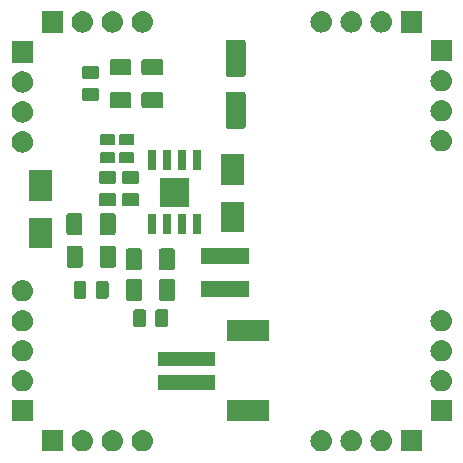
<source format=gts>
G04 #@! TF.GenerationSoftware,KiCad,Pcbnew,5.0.2-5.0.2*
G04 #@! TF.CreationDate,2019-03-07T18:12:43+01:00*
G04 #@! TF.ProjectId,battery-manager,62617474-6572-4792-9d6d-616e61676572,rev?*
G04 #@! TF.SameCoordinates,PX7270e00PY5f5e100*
G04 #@! TF.FileFunction,Soldermask,Top*
G04 #@! TF.FilePolarity,Negative*
%FSLAX46Y46*%
G04 Gerber Fmt 4.6, Leading zero omitted, Abs format (unit mm)*
G04 Created by KiCad (PCBNEW 5.0.2-5.0.2) date Do 07 Mär 2019 18:12:43 CET*
%MOMM*%
%LPD*%
G01*
G04 APERTURE LIST*
%ADD10C,0.100000*%
G04 APERTURE END LIST*
D10*
G36*
X35091000Y369000D02*
X33289000Y369000D01*
X33289000Y2171000D01*
X35091000Y2171000D01*
X35091000Y369000D01*
X35091000Y369000D01*
G37*
G36*
X9000442Y2164482D02*
X9066627Y2157963D01*
X9179853Y2123616D01*
X9236467Y2106443D01*
X9375087Y2032348D01*
X9392991Y2022778D01*
X9428729Y1993448D01*
X9530186Y1910186D01*
X9613448Y1808729D01*
X9642778Y1772991D01*
X9642779Y1772989D01*
X9726443Y1616467D01*
X9726443Y1616466D01*
X9777963Y1446627D01*
X9795359Y1270000D01*
X9777963Y1093373D01*
X9743616Y980147D01*
X9726443Y923533D01*
X9652348Y784913D01*
X9642778Y767009D01*
X9613448Y731271D01*
X9530186Y629814D01*
X9428729Y546552D01*
X9392991Y517222D01*
X9392989Y517221D01*
X9236467Y433557D01*
X9179853Y416384D01*
X9066627Y382037D01*
X9000442Y375518D01*
X8934260Y369000D01*
X8845740Y369000D01*
X8779557Y375519D01*
X8713373Y382037D01*
X8600147Y416384D01*
X8543533Y433557D01*
X8387011Y517221D01*
X8387009Y517222D01*
X8351271Y546552D01*
X8249814Y629814D01*
X8166552Y731271D01*
X8137222Y767009D01*
X8127652Y784913D01*
X8053557Y923533D01*
X8036384Y980147D01*
X8002037Y1093373D01*
X7984641Y1270000D01*
X8002037Y1446627D01*
X8053557Y1616466D01*
X8053557Y1616467D01*
X8137221Y1772989D01*
X8137222Y1772991D01*
X8166552Y1808729D01*
X8249814Y1910186D01*
X8351271Y1993448D01*
X8387009Y2022778D01*
X8404913Y2032348D01*
X8543533Y2106443D01*
X8600147Y2123616D01*
X8713373Y2157963D01*
X8779558Y2164482D01*
X8845740Y2171000D01*
X8934260Y2171000D01*
X9000442Y2164482D01*
X9000442Y2164482D01*
G37*
G36*
X11540442Y2164482D02*
X11606627Y2157963D01*
X11719853Y2123616D01*
X11776467Y2106443D01*
X11915087Y2032348D01*
X11932991Y2022778D01*
X11968729Y1993448D01*
X12070186Y1910186D01*
X12153448Y1808729D01*
X12182778Y1772991D01*
X12182779Y1772989D01*
X12266443Y1616467D01*
X12266443Y1616466D01*
X12317963Y1446627D01*
X12335359Y1270000D01*
X12317963Y1093373D01*
X12283616Y980147D01*
X12266443Y923533D01*
X12192348Y784913D01*
X12182778Y767009D01*
X12153448Y731271D01*
X12070186Y629814D01*
X11968729Y546552D01*
X11932991Y517222D01*
X11932989Y517221D01*
X11776467Y433557D01*
X11719853Y416384D01*
X11606627Y382037D01*
X11540442Y375518D01*
X11474260Y369000D01*
X11385740Y369000D01*
X11319557Y375519D01*
X11253373Y382037D01*
X11140147Y416384D01*
X11083533Y433557D01*
X10927011Y517221D01*
X10927009Y517222D01*
X10891271Y546552D01*
X10789814Y629814D01*
X10706552Y731271D01*
X10677222Y767009D01*
X10667652Y784913D01*
X10593557Y923533D01*
X10576384Y980147D01*
X10542037Y1093373D01*
X10524641Y1270000D01*
X10542037Y1446627D01*
X10593557Y1616466D01*
X10593557Y1616467D01*
X10677221Y1772989D01*
X10677222Y1772991D01*
X10706552Y1808729D01*
X10789814Y1910186D01*
X10891271Y1993448D01*
X10927009Y2022778D01*
X10944913Y2032348D01*
X11083533Y2106443D01*
X11140147Y2123616D01*
X11253373Y2157963D01*
X11319558Y2164482D01*
X11385740Y2171000D01*
X11474260Y2171000D01*
X11540442Y2164482D01*
X11540442Y2164482D01*
G37*
G36*
X6460442Y2164482D02*
X6526627Y2157963D01*
X6639853Y2123616D01*
X6696467Y2106443D01*
X6835087Y2032348D01*
X6852991Y2022778D01*
X6888729Y1993448D01*
X6990186Y1910186D01*
X7073448Y1808729D01*
X7102778Y1772991D01*
X7102779Y1772989D01*
X7186443Y1616467D01*
X7186443Y1616466D01*
X7237963Y1446627D01*
X7255359Y1270000D01*
X7237963Y1093373D01*
X7203616Y980147D01*
X7186443Y923533D01*
X7112348Y784913D01*
X7102778Y767009D01*
X7073448Y731271D01*
X6990186Y629814D01*
X6888729Y546552D01*
X6852991Y517222D01*
X6852989Y517221D01*
X6696467Y433557D01*
X6639853Y416384D01*
X6526627Y382037D01*
X6460442Y375518D01*
X6394260Y369000D01*
X6305740Y369000D01*
X6239557Y375519D01*
X6173373Y382037D01*
X6060147Y416384D01*
X6003533Y433557D01*
X5847011Y517221D01*
X5847009Y517222D01*
X5811271Y546552D01*
X5709814Y629814D01*
X5626552Y731271D01*
X5597222Y767009D01*
X5587652Y784913D01*
X5513557Y923533D01*
X5496384Y980147D01*
X5462037Y1093373D01*
X5444641Y1270000D01*
X5462037Y1446627D01*
X5513557Y1616466D01*
X5513557Y1616467D01*
X5597221Y1772989D01*
X5597222Y1772991D01*
X5626552Y1808729D01*
X5709814Y1910186D01*
X5811271Y1993448D01*
X5847009Y2022778D01*
X5864913Y2032348D01*
X6003533Y2106443D01*
X6060147Y2123616D01*
X6173373Y2157963D01*
X6239558Y2164482D01*
X6305740Y2171000D01*
X6394260Y2171000D01*
X6460442Y2164482D01*
X6460442Y2164482D01*
G37*
G36*
X4711000Y369000D02*
X2909000Y369000D01*
X2909000Y2171000D01*
X4711000Y2171000D01*
X4711000Y369000D01*
X4711000Y369000D01*
G37*
G36*
X29220442Y2164482D02*
X29286627Y2157963D01*
X29399853Y2123616D01*
X29456467Y2106443D01*
X29595087Y2032348D01*
X29612991Y2022778D01*
X29648729Y1993448D01*
X29750186Y1910186D01*
X29833448Y1808729D01*
X29862778Y1772991D01*
X29862779Y1772989D01*
X29946443Y1616467D01*
X29946443Y1616466D01*
X29997963Y1446627D01*
X30015359Y1270000D01*
X29997963Y1093373D01*
X29963616Y980147D01*
X29946443Y923533D01*
X29872348Y784913D01*
X29862778Y767009D01*
X29833448Y731271D01*
X29750186Y629814D01*
X29648729Y546552D01*
X29612991Y517222D01*
X29612989Y517221D01*
X29456467Y433557D01*
X29399853Y416384D01*
X29286627Y382037D01*
X29220442Y375518D01*
X29154260Y369000D01*
X29065740Y369000D01*
X28999557Y375519D01*
X28933373Y382037D01*
X28820147Y416384D01*
X28763533Y433557D01*
X28607011Y517221D01*
X28607009Y517222D01*
X28571271Y546552D01*
X28469814Y629814D01*
X28386552Y731271D01*
X28357222Y767009D01*
X28347652Y784913D01*
X28273557Y923533D01*
X28256384Y980147D01*
X28222037Y1093373D01*
X28204641Y1270000D01*
X28222037Y1446627D01*
X28273557Y1616466D01*
X28273557Y1616467D01*
X28357221Y1772989D01*
X28357222Y1772991D01*
X28386552Y1808729D01*
X28469814Y1910186D01*
X28571271Y1993448D01*
X28607009Y2022778D01*
X28624913Y2032348D01*
X28763533Y2106443D01*
X28820147Y2123616D01*
X28933373Y2157963D01*
X28999558Y2164482D01*
X29065740Y2171000D01*
X29154260Y2171000D01*
X29220442Y2164482D01*
X29220442Y2164482D01*
G37*
G36*
X26680442Y2164482D02*
X26746627Y2157963D01*
X26859853Y2123616D01*
X26916467Y2106443D01*
X27055087Y2032348D01*
X27072991Y2022778D01*
X27108729Y1993448D01*
X27210186Y1910186D01*
X27293448Y1808729D01*
X27322778Y1772991D01*
X27322779Y1772989D01*
X27406443Y1616467D01*
X27406443Y1616466D01*
X27457963Y1446627D01*
X27475359Y1270000D01*
X27457963Y1093373D01*
X27423616Y980147D01*
X27406443Y923533D01*
X27332348Y784913D01*
X27322778Y767009D01*
X27293448Y731271D01*
X27210186Y629814D01*
X27108729Y546552D01*
X27072991Y517222D01*
X27072989Y517221D01*
X26916467Y433557D01*
X26859853Y416384D01*
X26746627Y382037D01*
X26680442Y375518D01*
X26614260Y369000D01*
X26525740Y369000D01*
X26459557Y375519D01*
X26393373Y382037D01*
X26280147Y416384D01*
X26223533Y433557D01*
X26067011Y517221D01*
X26067009Y517222D01*
X26031271Y546552D01*
X25929814Y629814D01*
X25846552Y731271D01*
X25817222Y767009D01*
X25807652Y784913D01*
X25733557Y923533D01*
X25716384Y980147D01*
X25682037Y1093373D01*
X25664641Y1270000D01*
X25682037Y1446627D01*
X25733557Y1616466D01*
X25733557Y1616467D01*
X25817221Y1772989D01*
X25817222Y1772991D01*
X25846552Y1808729D01*
X25929814Y1910186D01*
X26031271Y1993448D01*
X26067009Y2022778D01*
X26084913Y2032348D01*
X26223533Y2106443D01*
X26280147Y2123616D01*
X26393373Y2157963D01*
X26459558Y2164482D01*
X26525740Y2171000D01*
X26614260Y2171000D01*
X26680442Y2164482D01*
X26680442Y2164482D01*
G37*
G36*
X31760442Y2164482D02*
X31826627Y2157963D01*
X31939853Y2123616D01*
X31996467Y2106443D01*
X32135087Y2032348D01*
X32152991Y2022778D01*
X32188729Y1993448D01*
X32290186Y1910186D01*
X32373448Y1808729D01*
X32402778Y1772991D01*
X32402779Y1772989D01*
X32486443Y1616467D01*
X32486443Y1616466D01*
X32537963Y1446627D01*
X32555359Y1270000D01*
X32537963Y1093373D01*
X32503616Y980147D01*
X32486443Y923533D01*
X32412348Y784913D01*
X32402778Y767009D01*
X32373448Y731271D01*
X32290186Y629814D01*
X32188729Y546552D01*
X32152991Y517222D01*
X32152989Y517221D01*
X31996467Y433557D01*
X31939853Y416384D01*
X31826627Y382037D01*
X31760442Y375518D01*
X31694260Y369000D01*
X31605740Y369000D01*
X31539557Y375519D01*
X31473373Y382037D01*
X31360147Y416384D01*
X31303533Y433557D01*
X31147011Y517221D01*
X31147009Y517222D01*
X31111271Y546552D01*
X31009814Y629814D01*
X30926552Y731271D01*
X30897222Y767009D01*
X30887652Y784913D01*
X30813557Y923533D01*
X30796384Y980147D01*
X30762037Y1093373D01*
X30744641Y1270000D01*
X30762037Y1446627D01*
X30813557Y1616466D01*
X30813557Y1616467D01*
X30897221Y1772989D01*
X30897222Y1772991D01*
X30926552Y1808729D01*
X31009814Y1910186D01*
X31111271Y1993448D01*
X31147009Y2022778D01*
X31164913Y2032348D01*
X31303533Y2106443D01*
X31360147Y2123616D01*
X31473373Y2157963D01*
X31539558Y2164482D01*
X31605740Y2171000D01*
X31694260Y2171000D01*
X31760442Y2164482D01*
X31760442Y2164482D01*
G37*
G36*
X22172628Y2898992D02*
X18570908Y2898992D01*
X18570908Y4699852D01*
X22172628Y4699852D01*
X22172628Y2898992D01*
X22172628Y2898992D01*
G37*
G36*
X2171000Y2909000D02*
X369000Y2909000D01*
X369000Y4711000D01*
X2171000Y4711000D01*
X2171000Y2909000D01*
X2171000Y2909000D01*
G37*
G36*
X37631000Y2909000D02*
X35829000Y2909000D01*
X35829000Y4711000D01*
X37631000Y4711000D01*
X37631000Y2909000D01*
X37631000Y2909000D01*
G37*
G36*
X1380442Y7244482D02*
X1446627Y7237963D01*
X1559853Y7203616D01*
X1616467Y7186443D01*
X1755087Y7112348D01*
X1772991Y7102778D01*
X1808729Y7073448D01*
X1910186Y6990186D01*
X1993448Y6888729D01*
X2022778Y6852991D01*
X2022779Y6852989D01*
X2106443Y6696467D01*
X2106443Y6696466D01*
X2157963Y6526627D01*
X2175359Y6350000D01*
X2157963Y6173373D01*
X2123616Y6060147D01*
X2106443Y6003533D01*
X2032348Y5864913D01*
X2022778Y5847009D01*
X1993448Y5811271D01*
X1910186Y5709814D01*
X1808729Y5626552D01*
X1772991Y5597222D01*
X1772989Y5597221D01*
X1616467Y5513557D01*
X1559853Y5496384D01*
X1446627Y5462037D01*
X1380442Y5455518D01*
X1314260Y5449000D01*
X1225740Y5449000D01*
X1159558Y5455518D01*
X1093373Y5462037D01*
X980147Y5496384D01*
X923533Y5513557D01*
X767011Y5597221D01*
X767009Y5597222D01*
X731271Y5626552D01*
X629814Y5709814D01*
X546552Y5811271D01*
X517222Y5847009D01*
X507652Y5864913D01*
X433557Y6003533D01*
X416384Y6060147D01*
X382037Y6173373D01*
X364641Y6350000D01*
X382037Y6526627D01*
X433557Y6696466D01*
X433557Y6696467D01*
X517221Y6852989D01*
X517222Y6852991D01*
X546552Y6888729D01*
X629814Y6990186D01*
X731271Y7073448D01*
X767009Y7102778D01*
X784913Y7112348D01*
X923533Y7186443D01*
X980147Y7203616D01*
X1093373Y7237963D01*
X1159558Y7244482D01*
X1225740Y7251000D01*
X1314260Y7251000D01*
X1380442Y7244482D01*
X1380442Y7244482D01*
G37*
G36*
X36840442Y7244482D02*
X36906627Y7237963D01*
X37019853Y7203616D01*
X37076467Y7186443D01*
X37215087Y7112348D01*
X37232991Y7102778D01*
X37268729Y7073448D01*
X37370186Y6990186D01*
X37453448Y6888729D01*
X37482778Y6852991D01*
X37482779Y6852989D01*
X37566443Y6696467D01*
X37566443Y6696466D01*
X37617963Y6526627D01*
X37635359Y6350000D01*
X37617963Y6173373D01*
X37583616Y6060147D01*
X37566443Y6003533D01*
X37492348Y5864913D01*
X37482778Y5847009D01*
X37453448Y5811271D01*
X37370186Y5709814D01*
X37268729Y5626552D01*
X37232991Y5597222D01*
X37232989Y5597221D01*
X37076467Y5513557D01*
X37019853Y5496384D01*
X36906627Y5462037D01*
X36840442Y5455518D01*
X36774260Y5449000D01*
X36685740Y5449000D01*
X36619558Y5455518D01*
X36553373Y5462037D01*
X36440147Y5496384D01*
X36383533Y5513557D01*
X36227011Y5597221D01*
X36227009Y5597222D01*
X36191271Y5626552D01*
X36089814Y5709814D01*
X36006552Y5811271D01*
X35977222Y5847009D01*
X35967652Y5864913D01*
X35893557Y6003533D01*
X35876384Y6060147D01*
X35842037Y6173373D01*
X35824641Y6350000D01*
X35842037Y6526627D01*
X35893557Y6696466D01*
X35893557Y6696467D01*
X35977221Y6852989D01*
X35977222Y6852991D01*
X36006552Y6888729D01*
X36089814Y6990186D01*
X36191271Y7073448D01*
X36227009Y7102778D01*
X36244913Y7112348D01*
X36383533Y7186443D01*
X36440147Y7203616D01*
X36553373Y7237963D01*
X36619558Y7244482D01*
X36685740Y7251000D01*
X36774260Y7251000D01*
X36840442Y7244482D01*
X36840442Y7244482D01*
G37*
G36*
X17576498Y5599012D02*
X12773358Y5599012D01*
X12773358Y6800432D01*
X17576498Y6800432D01*
X17576498Y5599012D01*
X17576498Y5599012D01*
G37*
G36*
X17576498Y7595452D02*
X12773358Y7595452D01*
X12773358Y8796872D01*
X17576498Y8796872D01*
X17576498Y7595452D01*
X17576498Y7595452D01*
G37*
G36*
X36840442Y9784482D02*
X36906627Y9777963D01*
X37019853Y9743616D01*
X37076467Y9726443D01*
X37133361Y9696032D01*
X37232991Y9642778D01*
X37268729Y9613448D01*
X37370186Y9530186D01*
X37453448Y9428729D01*
X37482778Y9392991D01*
X37482779Y9392989D01*
X37566443Y9236467D01*
X37566443Y9236466D01*
X37617963Y9066627D01*
X37635359Y8890000D01*
X37617963Y8713373D01*
X37583616Y8600147D01*
X37566443Y8543533D01*
X37492348Y8404913D01*
X37482778Y8387009D01*
X37453448Y8351271D01*
X37370186Y8249814D01*
X37268729Y8166552D01*
X37232991Y8137222D01*
X37232989Y8137221D01*
X37076467Y8053557D01*
X37019853Y8036384D01*
X36906627Y8002037D01*
X36840442Y7995518D01*
X36774260Y7989000D01*
X36685740Y7989000D01*
X36619558Y7995518D01*
X36553373Y8002037D01*
X36440147Y8036384D01*
X36383533Y8053557D01*
X36227011Y8137221D01*
X36227009Y8137222D01*
X36191271Y8166552D01*
X36089814Y8249814D01*
X36006552Y8351271D01*
X35977222Y8387009D01*
X35967652Y8404913D01*
X35893557Y8543533D01*
X35876384Y8600147D01*
X35842037Y8713373D01*
X35824641Y8890000D01*
X35842037Y9066627D01*
X35893557Y9236466D01*
X35893557Y9236467D01*
X35977221Y9392989D01*
X35977222Y9392991D01*
X36006552Y9428729D01*
X36089814Y9530186D01*
X36191271Y9613448D01*
X36227009Y9642778D01*
X36326639Y9696032D01*
X36383533Y9726443D01*
X36440147Y9743616D01*
X36553373Y9777963D01*
X36619558Y9784482D01*
X36685740Y9791000D01*
X36774260Y9791000D01*
X36840442Y9784482D01*
X36840442Y9784482D01*
G37*
G36*
X1380442Y9784482D02*
X1446627Y9777963D01*
X1559853Y9743616D01*
X1616467Y9726443D01*
X1673361Y9696032D01*
X1772991Y9642778D01*
X1808729Y9613448D01*
X1910186Y9530186D01*
X1993448Y9428729D01*
X2022778Y9392991D01*
X2022779Y9392989D01*
X2106443Y9236467D01*
X2106443Y9236466D01*
X2157963Y9066627D01*
X2175359Y8890000D01*
X2157963Y8713373D01*
X2123616Y8600147D01*
X2106443Y8543533D01*
X2032348Y8404913D01*
X2022778Y8387009D01*
X1993448Y8351271D01*
X1910186Y8249814D01*
X1808729Y8166552D01*
X1772991Y8137222D01*
X1772989Y8137221D01*
X1616467Y8053557D01*
X1559853Y8036384D01*
X1446627Y8002037D01*
X1380442Y7995518D01*
X1314260Y7989000D01*
X1225740Y7989000D01*
X1159558Y7995518D01*
X1093373Y8002037D01*
X980147Y8036384D01*
X923533Y8053557D01*
X767011Y8137221D01*
X767009Y8137222D01*
X731271Y8166552D01*
X629814Y8249814D01*
X546552Y8351271D01*
X517222Y8387009D01*
X507652Y8404913D01*
X433557Y8543533D01*
X416384Y8600147D01*
X382037Y8713373D01*
X364641Y8890000D01*
X382037Y9066627D01*
X433557Y9236466D01*
X433557Y9236467D01*
X517221Y9392989D01*
X517222Y9392991D01*
X546552Y9428729D01*
X629814Y9530186D01*
X731271Y9613448D01*
X767009Y9642778D01*
X866639Y9696032D01*
X923533Y9726443D01*
X980147Y9743616D01*
X1093373Y9777963D01*
X1159558Y9784482D01*
X1225740Y9791000D01*
X1314260Y9791000D01*
X1380442Y9784482D01*
X1380442Y9784482D01*
G37*
G36*
X22172628Y9696032D02*
X18570908Y9696032D01*
X18570908Y11496892D01*
X22172628Y11496892D01*
X22172628Y9696032D01*
X22172628Y9696032D01*
G37*
G36*
X36840442Y12324482D02*
X36906627Y12317963D01*
X37019853Y12283616D01*
X37076467Y12266443D01*
X37140141Y12232408D01*
X37232991Y12182778D01*
X37268729Y12153448D01*
X37370186Y12070186D01*
X37453448Y11968729D01*
X37482778Y11932991D01*
X37482779Y11932989D01*
X37566443Y11776467D01*
X37566443Y11776466D01*
X37617963Y11606627D01*
X37635359Y11430000D01*
X37617963Y11253373D01*
X37591517Y11166192D01*
X37566443Y11083533D01*
X37516000Y10989163D01*
X37482778Y10927009D01*
X37474922Y10917437D01*
X37370186Y10789814D01*
X37268729Y10706552D01*
X37232991Y10677222D01*
X37232989Y10677221D01*
X37076467Y10593557D01*
X37019853Y10576384D01*
X36906627Y10542037D01*
X36840443Y10535519D01*
X36774260Y10529000D01*
X36685740Y10529000D01*
X36619557Y10535519D01*
X36553373Y10542037D01*
X36440147Y10576384D01*
X36383533Y10593557D01*
X36227011Y10677221D01*
X36227009Y10677222D01*
X36191271Y10706552D01*
X36089814Y10789814D01*
X35985078Y10917437D01*
X35977222Y10927009D01*
X35944000Y10989163D01*
X35893557Y11083533D01*
X35868483Y11166192D01*
X35842037Y11253373D01*
X35824641Y11430000D01*
X35842037Y11606627D01*
X35893557Y11776466D01*
X35893557Y11776467D01*
X35977221Y11932989D01*
X35977222Y11932991D01*
X36006552Y11968729D01*
X36089814Y12070186D01*
X36191271Y12153448D01*
X36227009Y12182778D01*
X36319859Y12232408D01*
X36383533Y12266443D01*
X36440147Y12283616D01*
X36553373Y12317963D01*
X36619558Y12324482D01*
X36685740Y12331000D01*
X36774260Y12331000D01*
X36840442Y12324482D01*
X36840442Y12324482D01*
G37*
G36*
X1380442Y12324482D02*
X1446627Y12317963D01*
X1559853Y12283616D01*
X1616467Y12266443D01*
X1680141Y12232408D01*
X1772991Y12182778D01*
X1808729Y12153448D01*
X1910186Y12070186D01*
X1993448Y11968729D01*
X2022778Y11932991D01*
X2022779Y11932989D01*
X2106443Y11776467D01*
X2106443Y11776466D01*
X2157963Y11606627D01*
X2175359Y11430000D01*
X2157963Y11253373D01*
X2131517Y11166192D01*
X2106443Y11083533D01*
X2056000Y10989163D01*
X2022778Y10927009D01*
X2014922Y10917437D01*
X1910186Y10789814D01*
X1808729Y10706552D01*
X1772991Y10677222D01*
X1772989Y10677221D01*
X1616467Y10593557D01*
X1559853Y10576384D01*
X1446627Y10542037D01*
X1380443Y10535519D01*
X1314260Y10529000D01*
X1225740Y10529000D01*
X1159557Y10535519D01*
X1093373Y10542037D01*
X980147Y10576384D01*
X923533Y10593557D01*
X767011Y10677221D01*
X767009Y10677222D01*
X731271Y10706552D01*
X629814Y10789814D01*
X525078Y10917437D01*
X517222Y10927009D01*
X484000Y10989163D01*
X433557Y11083533D01*
X408483Y11166192D01*
X382037Y11253373D01*
X364641Y11430000D01*
X382037Y11606627D01*
X433557Y11776466D01*
X433557Y11776467D01*
X517221Y11932989D01*
X517222Y11932991D01*
X546552Y11968729D01*
X629814Y12070186D01*
X731271Y12153448D01*
X767009Y12182778D01*
X859859Y12232408D01*
X923533Y12266443D01*
X980147Y12283616D01*
X1093373Y12317963D01*
X1159558Y12324482D01*
X1225740Y12331000D01*
X1314260Y12331000D01*
X1380442Y12324482D01*
X1380442Y12324482D01*
G37*
G36*
X11568875Y12394377D02*
X11607546Y12382646D01*
X11643188Y12363594D01*
X11674426Y12337959D01*
X11700061Y12306721D01*
X11719113Y12271079D01*
X11730844Y12232408D01*
X11735409Y12186054D01*
X11735409Y11109830D01*
X11730844Y11063476D01*
X11719113Y11024805D01*
X11700061Y10989163D01*
X11674426Y10957925D01*
X11643188Y10932290D01*
X11607546Y10913238D01*
X11568875Y10901507D01*
X11522521Y10896942D01*
X10871297Y10896942D01*
X10824943Y10901507D01*
X10786272Y10913238D01*
X10750630Y10932290D01*
X10719392Y10957925D01*
X10693757Y10989163D01*
X10674705Y11024805D01*
X10662974Y11063476D01*
X10658409Y11109830D01*
X10658409Y12186054D01*
X10662974Y12232408D01*
X10674705Y12271079D01*
X10693757Y12306721D01*
X10719392Y12337959D01*
X10750630Y12363594D01*
X10786272Y12382646D01*
X10824943Y12394377D01*
X10871297Y12398942D01*
X11522521Y12398942D01*
X11568875Y12394377D01*
X11568875Y12394377D01*
G37*
G36*
X13443875Y12394377D02*
X13482546Y12382646D01*
X13518188Y12363594D01*
X13549426Y12337959D01*
X13575061Y12306721D01*
X13594113Y12271079D01*
X13605844Y12232408D01*
X13610409Y12186054D01*
X13610409Y11109830D01*
X13605844Y11063476D01*
X13594113Y11024805D01*
X13575061Y10989163D01*
X13549426Y10957925D01*
X13518188Y10932290D01*
X13482546Y10913238D01*
X13443875Y10901507D01*
X13397521Y10896942D01*
X12746297Y10896942D01*
X12699943Y10901507D01*
X12661272Y10913238D01*
X12625630Y10932290D01*
X12594392Y10957925D01*
X12568757Y10989163D01*
X12549705Y11024805D01*
X12537974Y11063476D01*
X12533409Y11109830D01*
X12533409Y12186054D01*
X12537974Y12232408D01*
X12549705Y12271079D01*
X12568757Y12306721D01*
X12594392Y12337959D01*
X12625630Y12363594D01*
X12661272Y12382646D01*
X12699943Y12394377D01*
X12746297Y12398942D01*
X13397521Y12398942D01*
X13443875Y12394377D01*
X13443875Y12394377D01*
G37*
G36*
X1380443Y14864481D02*
X1446627Y14857963D01*
X1559853Y14823616D01*
X1616467Y14806443D01*
X1711543Y14755623D01*
X1772991Y14722778D01*
X1796430Y14703542D01*
X1910186Y14610186D01*
X1993448Y14508729D01*
X2022778Y14472991D01*
X2022779Y14472989D01*
X2106443Y14316467D01*
X2106443Y14316466D01*
X2157963Y14146627D01*
X2175359Y13970000D01*
X2157963Y13793373D01*
X2123616Y13680147D01*
X2106443Y13623533D01*
X2076893Y13568250D01*
X2022778Y13467009D01*
X2021567Y13465534D01*
X1910186Y13329814D01*
X1808729Y13246552D01*
X1772991Y13217222D01*
X1772989Y13217221D01*
X1616467Y13133557D01*
X1559853Y13116384D01*
X1446627Y13082037D01*
X1380442Y13075518D01*
X1314260Y13069000D01*
X1225740Y13069000D01*
X1159558Y13075518D01*
X1093373Y13082037D01*
X980147Y13116384D01*
X923533Y13133557D01*
X767011Y13217221D01*
X767009Y13217222D01*
X731271Y13246552D01*
X629814Y13329814D01*
X518433Y13465534D01*
X517222Y13467009D01*
X463107Y13568250D01*
X433557Y13623533D01*
X416384Y13680147D01*
X382037Y13793373D01*
X364641Y13970000D01*
X382037Y14146627D01*
X433557Y14316466D01*
X433557Y14316467D01*
X517221Y14472989D01*
X517222Y14472991D01*
X546552Y14508729D01*
X629814Y14610186D01*
X743570Y14703542D01*
X767009Y14722778D01*
X828457Y14755623D01*
X923533Y14806443D01*
X980147Y14823616D01*
X1093373Y14857963D01*
X1159557Y14864481D01*
X1225740Y14871000D01*
X1314260Y14871000D01*
X1380443Y14864481D01*
X1380443Y14864481D01*
G37*
G36*
X14025668Y14969595D02*
X14062209Y14958510D01*
X14095884Y14940511D01*
X14125405Y14916283D01*
X14149633Y14886762D01*
X14167632Y14853087D01*
X14178717Y14816546D01*
X14183064Y14772404D01*
X14183064Y13323480D01*
X14178717Y13279338D01*
X14167632Y13242797D01*
X14149633Y13209122D01*
X14125405Y13179601D01*
X14095884Y13155373D01*
X14062209Y13137374D01*
X14025668Y13126289D01*
X13981526Y13121942D01*
X13032602Y13121942D01*
X12988460Y13126289D01*
X12951919Y13137374D01*
X12918244Y13155373D01*
X12888723Y13179601D01*
X12864495Y13209122D01*
X12846496Y13242797D01*
X12835411Y13279338D01*
X12831064Y13323480D01*
X12831064Y14772404D01*
X12835411Y14816546D01*
X12846496Y14853087D01*
X12864495Y14886762D01*
X12888723Y14916283D01*
X12918244Y14940511D01*
X12951919Y14958510D01*
X12988460Y14969595D01*
X13032602Y14973942D01*
X13981526Y14973942D01*
X14025668Y14969595D01*
X14025668Y14969595D01*
G37*
G36*
X11225668Y14969595D02*
X11262209Y14958510D01*
X11295884Y14940511D01*
X11325405Y14916283D01*
X11349633Y14886762D01*
X11367632Y14853087D01*
X11378717Y14816546D01*
X11383064Y14772404D01*
X11383064Y13323480D01*
X11378717Y13279338D01*
X11367632Y13242797D01*
X11349633Y13209122D01*
X11325405Y13179601D01*
X11295884Y13155373D01*
X11262209Y13137374D01*
X11225668Y13126289D01*
X11181526Y13121942D01*
X10232602Y13121942D01*
X10188460Y13126289D01*
X10151919Y13137374D01*
X10118244Y13155373D01*
X10088723Y13179601D01*
X10064495Y13209122D01*
X10046496Y13242797D01*
X10035411Y13279338D01*
X10031064Y13323480D01*
X10031064Y14772404D01*
X10035411Y14816546D01*
X10046496Y14853087D01*
X10064495Y14886762D01*
X10088723Y14916283D01*
X10118244Y14940511D01*
X10151919Y14958510D01*
X10188460Y14969595D01*
X10232602Y14973942D01*
X11181526Y14973942D01*
X11225668Y14969595D01*
X11225668Y14969595D01*
G37*
G36*
X8409466Y14796435D02*
X8448137Y14784704D01*
X8483779Y14765652D01*
X8515017Y14740017D01*
X8540652Y14708779D01*
X8559704Y14673137D01*
X8571435Y14634466D01*
X8576000Y14588112D01*
X8576000Y13511888D01*
X8571435Y13465534D01*
X8559704Y13426863D01*
X8540652Y13391221D01*
X8515017Y13359983D01*
X8483779Y13334348D01*
X8448137Y13315296D01*
X8409466Y13303565D01*
X8363112Y13299000D01*
X7711888Y13299000D01*
X7665534Y13303565D01*
X7626863Y13315296D01*
X7591221Y13334348D01*
X7559983Y13359983D01*
X7534348Y13391221D01*
X7515296Y13426863D01*
X7503565Y13465534D01*
X7499000Y13511888D01*
X7499000Y14588112D01*
X7503565Y14634466D01*
X7515296Y14673137D01*
X7534348Y14708779D01*
X7559983Y14740017D01*
X7591221Y14765652D01*
X7626863Y14784704D01*
X7665534Y14796435D01*
X7711888Y14801000D01*
X8363112Y14801000D01*
X8409466Y14796435D01*
X8409466Y14796435D01*
G37*
G36*
X6534466Y14796435D02*
X6573137Y14784704D01*
X6608779Y14765652D01*
X6640017Y14740017D01*
X6665652Y14708779D01*
X6684704Y14673137D01*
X6696435Y14634466D01*
X6701000Y14588112D01*
X6701000Y13511888D01*
X6696435Y13465534D01*
X6684704Y13426863D01*
X6665652Y13391221D01*
X6640017Y13359983D01*
X6608779Y13334348D01*
X6573137Y13315296D01*
X6534466Y13303565D01*
X6488112Y13299000D01*
X5836888Y13299000D01*
X5790534Y13303565D01*
X5751863Y13315296D01*
X5716221Y13334348D01*
X5684983Y13359983D01*
X5659348Y13391221D01*
X5640296Y13426863D01*
X5628565Y13465534D01*
X5624000Y13511888D01*
X5624000Y14588112D01*
X5628565Y14634466D01*
X5640296Y14673137D01*
X5659348Y14708779D01*
X5684983Y14740017D01*
X5716221Y14765652D01*
X5751863Y14784704D01*
X5790534Y14796435D01*
X5836888Y14801000D01*
X6488112Y14801000D01*
X6534466Y14796435D01*
X6534466Y14796435D01*
G37*
G36*
X20435409Y13467714D02*
X16433409Y13467714D01*
X16433409Y14769714D01*
X20435409Y14769714D01*
X20435409Y13467714D01*
X20435409Y13467714D01*
G37*
G36*
X11225668Y17548071D02*
X11262209Y17536986D01*
X11295884Y17518987D01*
X11325405Y17494759D01*
X11349633Y17465238D01*
X11367632Y17431563D01*
X11378717Y17395022D01*
X11383064Y17350880D01*
X11383064Y15901956D01*
X11378717Y15857814D01*
X11367632Y15821273D01*
X11349633Y15787598D01*
X11325405Y15758077D01*
X11295884Y15733849D01*
X11262209Y15715850D01*
X11225668Y15704765D01*
X11181526Y15700418D01*
X10232602Y15700418D01*
X10188460Y15704765D01*
X10151919Y15715850D01*
X10118244Y15733849D01*
X10088723Y15758077D01*
X10064495Y15787598D01*
X10046496Y15821273D01*
X10035411Y15857814D01*
X10031064Y15901956D01*
X10031064Y17350880D01*
X10035411Y17395022D01*
X10046496Y17431563D01*
X10064495Y17465238D01*
X10088723Y17494759D01*
X10118244Y17518987D01*
X10151919Y17536986D01*
X10188460Y17548071D01*
X10232602Y17552418D01*
X11181526Y17552418D01*
X11225668Y17548071D01*
X11225668Y17548071D01*
G37*
G36*
X14025668Y17548071D02*
X14062209Y17536986D01*
X14095884Y17518987D01*
X14125405Y17494759D01*
X14149633Y17465238D01*
X14167632Y17431563D01*
X14178717Y17395022D01*
X14183064Y17350880D01*
X14183064Y15901956D01*
X14178717Y15857814D01*
X14167632Y15821273D01*
X14149633Y15787598D01*
X14125405Y15758077D01*
X14095884Y15733849D01*
X14062209Y15715850D01*
X14025668Y15704765D01*
X13981526Y15700418D01*
X13032602Y15700418D01*
X12988460Y15704765D01*
X12951919Y15715850D01*
X12918244Y15733849D01*
X12888723Y15758077D01*
X12864495Y15787598D01*
X12846496Y15821273D01*
X12835411Y15857814D01*
X12831064Y15901956D01*
X12831064Y17350880D01*
X12835411Y17395022D01*
X12846496Y17431563D01*
X12864495Y17465238D01*
X12888723Y17494759D01*
X12918244Y17518987D01*
X12951919Y17536986D01*
X12988460Y17548071D01*
X13032602Y17552418D01*
X13981526Y17552418D01*
X14025668Y17548071D01*
X14025668Y17548071D01*
G37*
G36*
X9018604Y17771653D02*
X9055145Y17760568D01*
X9088820Y17742569D01*
X9118341Y17718341D01*
X9142569Y17688820D01*
X9160568Y17655145D01*
X9171653Y17618604D01*
X9176000Y17574462D01*
X9176000Y16125538D01*
X9171653Y16081396D01*
X9160568Y16044855D01*
X9142569Y16011180D01*
X9118341Y15981659D01*
X9088820Y15957431D01*
X9055145Y15939432D01*
X9018604Y15928347D01*
X8974462Y15924000D01*
X8025538Y15924000D01*
X7981396Y15928347D01*
X7944855Y15939432D01*
X7911180Y15957431D01*
X7881659Y15981659D01*
X7857431Y16011180D01*
X7839432Y16044855D01*
X7828347Y16081396D01*
X7824000Y16125538D01*
X7824000Y17574462D01*
X7828347Y17618604D01*
X7839432Y17655145D01*
X7857431Y17688820D01*
X7881659Y17718341D01*
X7911180Y17742569D01*
X7944855Y17760568D01*
X7981396Y17771653D01*
X8025538Y17776000D01*
X8974462Y17776000D01*
X9018604Y17771653D01*
X9018604Y17771653D01*
G37*
G36*
X6218604Y17771653D02*
X6255145Y17760568D01*
X6288820Y17742569D01*
X6318341Y17718341D01*
X6342569Y17688820D01*
X6360568Y17655145D01*
X6371653Y17618604D01*
X6376000Y17574462D01*
X6376000Y16125538D01*
X6371653Y16081396D01*
X6360568Y16044855D01*
X6342569Y16011180D01*
X6318341Y15981659D01*
X6288820Y15957431D01*
X6255145Y15939432D01*
X6218604Y15928347D01*
X6174462Y15924000D01*
X5225538Y15924000D01*
X5181396Y15928347D01*
X5144855Y15939432D01*
X5111180Y15957431D01*
X5081659Y15981659D01*
X5057431Y16011180D01*
X5039432Y16044855D01*
X5028347Y16081396D01*
X5024000Y16125538D01*
X5024000Y17574462D01*
X5028347Y17618604D01*
X5039432Y17655145D01*
X5057431Y17688820D01*
X5081659Y17718341D01*
X5111180Y17742569D01*
X5144855Y17760568D01*
X5181396Y17771653D01*
X5225538Y17776000D01*
X6174462Y17776000D01*
X6218604Y17771653D01*
X6218604Y17771653D01*
G37*
G36*
X20435409Y16267714D02*
X16433409Y16267714D01*
X16433409Y17569714D01*
X20435409Y17569714D01*
X20435409Y16267714D01*
X20435409Y16267714D01*
G37*
G36*
X3751000Y17549000D02*
X1849000Y17549000D01*
X1849000Y20151000D01*
X3751000Y20151000D01*
X3751000Y17549000D01*
X3751000Y17549000D01*
G37*
G36*
X9003013Y20540367D02*
X9039554Y20529282D01*
X9073229Y20511283D01*
X9102750Y20487055D01*
X9126978Y20457534D01*
X9144977Y20423859D01*
X9156062Y20387318D01*
X9160409Y20343176D01*
X9160409Y18894252D01*
X9156062Y18850110D01*
X9144977Y18813569D01*
X9126978Y18779894D01*
X9102750Y18750373D01*
X9073229Y18726145D01*
X9039554Y18708146D01*
X9003013Y18697061D01*
X8958871Y18692714D01*
X8009947Y18692714D01*
X7965805Y18697061D01*
X7929264Y18708146D01*
X7895589Y18726145D01*
X7866068Y18750373D01*
X7841840Y18779894D01*
X7823841Y18813569D01*
X7812756Y18850110D01*
X7808409Y18894252D01*
X7808409Y20343176D01*
X7812756Y20387318D01*
X7823841Y20423859D01*
X7841840Y20457534D01*
X7866068Y20487055D01*
X7895589Y20511283D01*
X7929264Y20529282D01*
X7965805Y20540367D01*
X8009947Y20544714D01*
X8958871Y20544714D01*
X9003013Y20540367D01*
X9003013Y20540367D01*
G37*
G36*
X6203013Y20540367D02*
X6239554Y20529282D01*
X6273229Y20511283D01*
X6302750Y20487055D01*
X6326978Y20457534D01*
X6344977Y20423859D01*
X6356062Y20387318D01*
X6360409Y20343176D01*
X6360409Y18894252D01*
X6356062Y18850110D01*
X6344977Y18813569D01*
X6326978Y18779894D01*
X6302750Y18750373D01*
X6273229Y18726145D01*
X6239554Y18708146D01*
X6203013Y18697061D01*
X6158871Y18692714D01*
X5209947Y18692714D01*
X5165805Y18697061D01*
X5129264Y18708146D01*
X5095589Y18726145D01*
X5066068Y18750373D01*
X5041840Y18779894D01*
X5023841Y18813569D01*
X5012756Y18850110D01*
X5008409Y18894252D01*
X5008409Y20343176D01*
X5012756Y20387318D01*
X5023841Y20423859D01*
X5041840Y20457534D01*
X5066068Y20487055D01*
X5095589Y20511283D01*
X5129264Y20529282D01*
X5165805Y20540367D01*
X5209947Y20544714D01*
X6158871Y20544714D01*
X6203013Y20540367D01*
X6203013Y20540367D01*
G37*
G36*
X12620929Y18790695D02*
X11918929Y18790695D01*
X11918929Y20442695D01*
X12620929Y20442695D01*
X12620929Y18790695D01*
X12620929Y18790695D01*
G37*
G36*
X16430929Y18790695D02*
X15728929Y18790695D01*
X15728929Y20442695D01*
X16430929Y20442695D01*
X16430929Y18790695D01*
X16430929Y18790695D01*
G37*
G36*
X15160929Y18790695D02*
X14458929Y18790695D01*
X14458929Y20442695D01*
X15160929Y20442695D01*
X15160929Y18790695D01*
X15160929Y18790695D01*
G37*
G36*
X13890929Y18790695D02*
X13188929Y18790695D01*
X13188929Y20442695D01*
X13890929Y20442695D01*
X13890929Y18790695D01*
X13890929Y18790695D01*
G37*
G36*
X20025930Y18915695D02*
X18123930Y18915695D01*
X18123930Y21517695D01*
X20025930Y21517695D01*
X20025930Y18915695D01*
X20025930Y18915695D01*
G37*
G36*
X15400929Y21090695D02*
X12948929Y21090695D01*
X12948929Y23542695D01*
X15400929Y23542695D01*
X15400929Y21090695D01*
X15400929Y21090695D01*
G37*
G36*
X11018875Y22215148D02*
X11057546Y22203417D01*
X11093188Y22184365D01*
X11124426Y22158730D01*
X11150061Y22127492D01*
X11169113Y22091850D01*
X11180844Y22053179D01*
X11185409Y22006825D01*
X11185409Y21355601D01*
X11180844Y21309247D01*
X11169113Y21270576D01*
X11150061Y21234934D01*
X11124426Y21203696D01*
X11093188Y21178061D01*
X11057546Y21159009D01*
X11018875Y21147278D01*
X10972521Y21142713D01*
X9896297Y21142713D01*
X9849943Y21147278D01*
X9811272Y21159009D01*
X9775630Y21178061D01*
X9744392Y21203696D01*
X9718757Y21234934D01*
X9699705Y21270576D01*
X9687974Y21309247D01*
X9683409Y21355601D01*
X9683409Y22006825D01*
X9687974Y22053179D01*
X9699705Y22091850D01*
X9718757Y22127492D01*
X9744392Y22158730D01*
X9775630Y22184365D01*
X9811272Y22203417D01*
X9849943Y22215148D01*
X9896297Y22219713D01*
X10972521Y22219713D01*
X11018875Y22215148D01*
X11018875Y22215148D01*
G37*
G36*
X9068875Y22215149D02*
X9107546Y22203418D01*
X9143188Y22184366D01*
X9174426Y22158731D01*
X9200061Y22127493D01*
X9219113Y22091851D01*
X9230844Y22053180D01*
X9235409Y22006826D01*
X9235409Y21355602D01*
X9230844Y21309248D01*
X9219113Y21270577D01*
X9200061Y21234935D01*
X9174426Y21203697D01*
X9143188Y21178062D01*
X9107546Y21159010D01*
X9068875Y21147279D01*
X9022521Y21142714D01*
X7946297Y21142714D01*
X7899943Y21147279D01*
X7861272Y21159010D01*
X7825630Y21178062D01*
X7794392Y21203697D01*
X7768757Y21234935D01*
X7749705Y21270577D01*
X7737974Y21309248D01*
X7733409Y21355602D01*
X7733409Y22006826D01*
X7737974Y22053180D01*
X7749705Y22091851D01*
X7768757Y22127493D01*
X7794392Y22158731D01*
X7825630Y22184366D01*
X7861272Y22203418D01*
X7899943Y22215149D01*
X7946297Y22219714D01*
X9022521Y22219714D01*
X9068875Y22215149D01*
X9068875Y22215149D01*
G37*
G36*
X3751000Y21549000D02*
X1849000Y21549000D01*
X1849000Y24151000D01*
X3751000Y24151000D01*
X3751000Y21549000D01*
X3751000Y21549000D01*
G37*
G36*
X20025930Y22915695D02*
X18123930Y22915695D01*
X18123930Y25517695D01*
X20025930Y25517695D01*
X20025930Y22915695D01*
X20025930Y22915695D01*
G37*
G36*
X11018875Y24090148D02*
X11057546Y24078417D01*
X11093188Y24059365D01*
X11124426Y24033730D01*
X11150061Y24002492D01*
X11169113Y23966850D01*
X11180844Y23928179D01*
X11185409Y23881825D01*
X11185409Y23230601D01*
X11180844Y23184247D01*
X11169113Y23145576D01*
X11150061Y23109934D01*
X11124426Y23078696D01*
X11093188Y23053061D01*
X11057546Y23034009D01*
X11018875Y23022278D01*
X10972521Y23017713D01*
X9896297Y23017713D01*
X9849943Y23022278D01*
X9811272Y23034009D01*
X9775630Y23053061D01*
X9744392Y23078696D01*
X9718757Y23109934D01*
X9699705Y23145576D01*
X9687974Y23184247D01*
X9683409Y23230601D01*
X9683409Y23881825D01*
X9687974Y23928179D01*
X9699705Y23966850D01*
X9718757Y24002492D01*
X9744392Y24033730D01*
X9775630Y24059365D01*
X9811272Y24078417D01*
X9849943Y24090148D01*
X9896297Y24094713D01*
X10972521Y24094713D01*
X11018875Y24090148D01*
X11018875Y24090148D01*
G37*
G36*
X9068875Y24090149D02*
X9107546Y24078418D01*
X9143188Y24059366D01*
X9174426Y24033731D01*
X9200061Y24002493D01*
X9219113Y23966851D01*
X9230844Y23928180D01*
X9235409Y23881826D01*
X9235409Y23230602D01*
X9230844Y23184248D01*
X9219113Y23145577D01*
X9200061Y23109935D01*
X9174426Y23078697D01*
X9143188Y23053062D01*
X9107546Y23034010D01*
X9068875Y23022279D01*
X9022521Y23017714D01*
X7946297Y23017714D01*
X7899943Y23022279D01*
X7861272Y23034010D01*
X7825630Y23053062D01*
X7794392Y23078697D01*
X7768757Y23109935D01*
X7749705Y23145577D01*
X7737974Y23184248D01*
X7733409Y23230602D01*
X7733409Y23881826D01*
X7737974Y23928180D01*
X7749705Y23966851D01*
X7768757Y24002493D01*
X7794392Y24033731D01*
X7825630Y24059366D01*
X7861272Y24078418D01*
X7899943Y24090149D01*
X7946297Y24094714D01*
X9022521Y24094714D01*
X9068875Y24090149D01*
X9068875Y24090149D01*
G37*
G36*
X16430929Y24190695D02*
X15728929Y24190695D01*
X15728929Y25842695D01*
X16430929Y25842695D01*
X16430929Y24190695D01*
X16430929Y24190695D01*
G37*
G36*
X12620929Y24190695D02*
X11918929Y24190695D01*
X11918929Y25842695D01*
X12620929Y25842695D01*
X12620929Y24190695D01*
X12620929Y24190695D01*
G37*
G36*
X13890929Y24190695D02*
X13188929Y24190695D01*
X13188929Y25842695D01*
X13890929Y25842695D01*
X13890929Y24190695D01*
X13890929Y24190695D01*
G37*
G36*
X15160929Y24190695D02*
X14458929Y24190695D01*
X14458929Y25842695D01*
X15160929Y25842695D01*
X15160929Y24190695D01*
X15160929Y24190695D01*
G37*
G36*
X10619026Y25690750D02*
X10651839Y25680797D01*
X10682076Y25664635D01*
X10708579Y25642885D01*
X10730329Y25616382D01*
X10746491Y25586145D01*
X10756444Y25553332D01*
X10760409Y25513075D01*
X10760409Y24924355D01*
X10756444Y24884098D01*
X10746491Y24851285D01*
X10730329Y24821048D01*
X10708579Y24794545D01*
X10682076Y24772795D01*
X10651839Y24756633D01*
X10619026Y24746680D01*
X10578769Y24742715D01*
X9615049Y24742715D01*
X9574792Y24746680D01*
X9541979Y24756633D01*
X9511742Y24772795D01*
X9485239Y24794545D01*
X9463489Y24821048D01*
X9447327Y24851285D01*
X9437374Y24884098D01*
X9433409Y24924355D01*
X9433409Y25513075D01*
X9437374Y25553332D01*
X9447327Y25586145D01*
X9463489Y25616382D01*
X9485239Y25642885D01*
X9511742Y25664635D01*
X9541979Y25680797D01*
X9574792Y25690750D01*
X9615049Y25694715D01*
X10578769Y25694715D01*
X10619026Y25690750D01*
X10619026Y25690750D01*
G37*
G36*
X8994026Y25690750D02*
X9026839Y25680797D01*
X9057076Y25664635D01*
X9083579Y25642885D01*
X9105329Y25616382D01*
X9121491Y25586145D01*
X9131444Y25553332D01*
X9135409Y25513075D01*
X9135409Y24924355D01*
X9131444Y24884098D01*
X9121491Y24851285D01*
X9105329Y24821048D01*
X9083579Y24794545D01*
X9057076Y24772795D01*
X9026839Y24756633D01*
X8994026Y24746680D01*
X8953769Y24742715D01*
X7990049Y24742715D01*
X7949792Y24746680D01*
X7916979Y24756633D01*
X7886742Y24772795D01*
X7860239Y24794545D01*
X7838489Y24821048D01*
X7822327Y24851285D01*
X7812374Y24884098D01*
X7808409Y24924355D01*
X7808409Y25513075D01*
X7812374Y25553332D01*
X7822327Y25586145D01*
X7838489Y25616382D01*
X7860239Y25642885D01*
X7886742Y25664635D01*
X7916979Y25680797D01*
X7949792Y25690750D01*
X7990049Y25694715D01*
X8953769Y25694715D01*
X8994026Y25690750D01*
X8994026Y25690750D01*
G37*
G36*
X1380443Y27464481D02*
X1446627Y27457963D01*
X1559853Y27423616D01*
X1616467Y27406443D01*
X1755087Y27332348D01*
X1772991Y27322778D01*
X1808729Y27293448D01*
X1910186Y27210186D01*
X1975052Y27131145D01*
X2022778Y27072991D01*
X2022779Y27072989D01*
X2106443Y26916467D01*
X2106443Y26916466D01*
X2157963Y26746627D01*
X2175359Y26570000D01*
X2157963Y26393373D01*
X2136777Y26323533D01*
X2106443Y26223533D01*
X2076231Y26167011D01*
X2022778Y26067009D01*
X1993448Y26031271D01*
X1910186Y25929814D01*
X1808729Y25846552D01*
X1772991Y25817222D01*
X1772989Y25817221D01*
X1616467Y25733557D01*
X1559853Y25716384D01*
X1446627Y25682037D01*
X1391403Y25676598D01*
X1314260Y25669000D01*
X1225740Y25669000D01*
X1148597Y25676598D01*
X1093373Y25682037D01*
X980147Y25716384D01*
X923533Y25733557D01*
X767011Y25817221D01*
X767009Y25817222D01*
X731271Y25846552D01*
X629814Y25929814D01*
X546552Y26031271D01*
X517222Y26067009D01*
X463769Y26167011D01*
X433557Y26223533D01*
X403223Y26323533D01*
X382037Y26393373D01*
X364641Y26570000D01*
X382037Y26746627D01*
X433557Y26916466D01*
X433557Y26916467D01*
X517221Y27072989D01*
X517222Y27072991D01*
X564948Y27131145D01*
X629814Y27210186D01*
X731271Y27293448D01*
X767009Y27322778D01*
X784913Y27332348D01*
X923533Y27406443D01*
X980147Y27423616D01*
X1093373Y27457963D01*
X1159557Y27464481D01*
X1225740Y27471000D01*
X1314260Y27471000D01*
X1380443Y27464481D01*
X1380443Y27464481D01*
G37*
G36*
X36840442Y27564482D02*
X36906627Y27557963D01*
X37019853Y27523616D01*
X37076467Y27506443D01*
X37142775Y27471000D01*
X37232991Y27422778D01*
X37252895Y27406443D01*
X37370186Y27310186D01*
X37428019Y27239715D01*
X37482778Y27172991D01*
X37488983Y27161382D01*
X37566443Y27016467D01*
X37566443Y27016466D01*
X37617963Y26846627D01*
X37635359Y26670000D01*
X37617963Y26493373D01*
X37613689Y26479284D01*
X37566443Y26323533D01*
X37512991Y26223533D01*
X37482778Y26167009D01*
X37453448Y26131271D01*
X37370186Y26029814D01*
X37268729Y25946552D01*
X37232991Y25917222D01*
X37232989Y25917221D01*
X37076467Y25833557D01*
X37022617Y25817222D01*
X36906627Y25782037D01*
X36840443Y25775519D01*
X36774260Y25769000D01*
X36685740Y25769000D01*
X36619557Y25775519D01*
X36553373Y25782037D01*
X36437383Y25817222D01*
X36383533Y25833557D01*
X36227011Y25917221D01*
X36227009Y25917222D01*
X36191271Y25946552D01*
X36089814Y26029814D01*
X36006552Y26131271D01*
X35977222Y26167009D01*
X35947009Y26223533D01*
X35893557Y26323533D01*
X35846311Y26479284D01*
X35842037Y26493373D01*
X35824641Y26670000D01*
X35842037Y26846627D01*
X35893557Y27016466D01*
X35893557Y27016467D01*
X35971017Y27161382D01*
X35977222Y27172991D01*
X36031981Y27239715D01*
X36089814Y27310186D01*
X36207105Y27406443D01*
X36227009Y27422778D01*
X36317225Y27471000D01*
X36383533Y27506443D01*
X36440147Y27523616D01*
X36553373Y27557963D01*
X36619558Y27564482D01*
X36685740Y27571000D01*
X36774260Y27571000D01*
X36840442Y27564482D01*
X36840442Y27564482D01*
G37*
G36*
X8999025Y27235750D02*
X9031838Y27225797D01*
X9062075Y27209635D01*
X9088578Y27187885D01*
X9110328Y27161382D01*
X9126490Y27131145D01*
X9136443Y27098332D01*
X9140408Y27058075D01*
X9140408Y26469355D01*
X9136443Y26429098D01*
X9126490Y26396285D01*
X9110328Y26366048D01*
X9088578Y26339545D01*
X9062075Y26317795D01*
X9031838Y26301633D01*
X8999025Y26291680D01*
X8958768Y26287715D01*
X7995048Y26287715D01*
X7954791Y26291680D01*
X7921978Y26301633D01*
X7891741Y26317795D01*
X7865238Y26339545D01*
X7843488Y26366048D01*
X7827326Y26396285D01*
X7817373Y26429098D01*
X7813408Y26469355D01*
X7813408Y27058075D01*
X7817373Y27098332D01*
X7827326Y27131145D01*
X7843488Y27161382D01*
X7865238Y27187885D01*
X7891741Y27209635D01*
X7921978Y27225797D01*
X7954791Y27235750D01*
X7995048Y27239715D01*
X8958768Y27239715D01*
X8999025Y27235750D01*
X8999025Y27235750D01*
G37*
G36*
X10624025Y27235750D02*
X10656838Y27225797D01*
X10687075Y27209635D01*
X10713578Y27187885D01*
X10735328Y27161382D01*
X10751490Y27131145D01*
X10761443Y27098332D01*
X10765408Y27058075D01*
X10765408Y26469355D01*
X10761443Y26429098D01*
X10751490Y26396285D01*
X10735328Y26366048D01*
X10713578Y26339545D01*
X10687075Y26317795D01*
X10656838Y26301633D01*
X10624025Y26291680D01*
X10583768Y26287715D01*
X9620048Y26287715D01*
X9579791Y26291680D01*
X9546978Y26301633D01*
X9516741Y26317795D01*
X9490238Y26339545D01*
X9468488Y26366048D01*
X9452326Y26396285D01*
X9442373Y26429098D01*
X9438408Y26469355D01*
X9438408Y27058075D01*
X9442373Y27098332D01*
X9452326Y27131145D01*
X9468488Y27161382D01*
X9490238Y27187885D01*
X9516741Y27209635D01*
X9546978Y27225797D01*
X9579791Y27235750D01*
X9620048Y27239715D01*
X10583768Y27239715D01*
X10624025Y27235750D01*
X10624025Y27235750D01*
G37*
G36*
X20029165Y30794891D02*
X20062822Y30784681D01*
X20093836Y30768104D01*
X20121021Y30745794D01*
X20143331Y30718609D01*
X20159908Y30687595D01*
X20170118Y30653938D01*
X20174169Y30612804D01*
X20174169Y27883080D01*
X20170118Y27841946D01*
X20159908Y27808289D01*
X20143331Y27777275D01*
X20121021Y27750090D01*
X20093836Y27727780D01*
X20062822Y27711203D01*
X20029165Y27700993D01*
X19988031Y27696942D01*
X18658307Y27696942D01*
X18617173Y27700993D01*
X18583516Y27711203D01*
X18552502Y27727780D01*
X18525317Y27750090D01*
X18503007Y27777275D01*
X18486430Y27808289D01*
X18476220Y27841946D01*
X18472169Y27883080D01*
X18472169Y30612804D01*
X18476220Y30653938D01*
X18486430Y30687595D01*
X18503007Y30718609D01*
X18525317Y30745794D01*
X18552502Y30768104D01*
X18583516Y30784681D01*
X18617173Y30794891D01*
X18658307Y30798942D01*
X19988031Y30798942D01*
X20029165Y30794891D01*
X20029165Y30794891D01*
G37*
G36*
X1380442Y30004482D02*
X1446627Y29997963D01*
X1559853Y29963616D01*
X1616467Y29946443D01*
X1755087Y29872348D01*
X1772991Y29862778D01*
X1808729Y29833448D01*
X1910186Y29750186D01*
X1993448Y29648729D01*
X2022778Y29612991D01*
X2022779Y29612989D01*
X2106443Y29456467D01*
X2110615Y29442714D01*
X2157963Y29286627D01*
X2175359Y29110000D01*
X2157963Y28933373D01*
X2136777Y28863533D01*
X2106443Y28763533D01*
X2076231Y28707011D01*
X2022778Y28607009D01*
X1993448Y28571271D01*
X1910186Y28469814D01*
X1808729Y28386552D01*
X1772991Y28357222D01*
X1772989Y28357221D01*
X1616467Y28273557D01*
X1559853Y28256384D01*
X1446627Y28222037D01*
X1380443Y28215519D01*
X1314260Y28209000D01*
X1225740Y28209000D01*
X1159557Y28215519D01*
X1093373Y28222037D01*
X980147Y28256384D01*
X923533Y28273557D01*
X767011Y28357221D01*
X767009Y28357222D01*
X731271Y28386552D01*
X629814Y28469814D01*
X546552Y28571271D01*
X517222Y28607009D01*
X463769Y28707011D01*
X433557Y28763533D01*
X403223Y28863533D01*
X382037Y28933373D01*
X364641Y29110000D01*
X382037Y29286627D01*
X429385Y29442714D01*
X433557Y29456467D01*
X517221Y29612989D01*
X517222Y29612991D01*
X546552Y29648729D01*
X629814Y29750186D01*
X731271Y29833448D01*
X767009Y29862778D01*
X784913Y29872348D01*
X923533Y29946443D01*
X980147Y29963616D01*
X1093373Y29997963D01*
X1159558Y30004482D01*
X1225740Y30011000D01*
X1314260Y30011000D01*
X1380442Y30004482D01*
X1380442Y30004482D01*
G37*
G36*
X36840442Y30104482D02*
X36906627Y30097963D01*
X37019853Y30063616D01*
X37076467Y30046443D01*
X37142775Y30011000D01*
X37232991Y29962778D01*
X37252895Y29946443D01*
X37370186Y29850186D01*
X37452253Y29750186D01*
X37482778Y29712991D01*
X37482779Y29712989D01*
X37566443Y29556467D01*
X37566443Y29556466D01*
X37617963Y29386627D01*
X37635359Y29210000D01*
X37617963Y29033373D01*
X37587629Y28933375D01*
X37566443Y28863533D01*
X37512991Y28763533D01*
X37482778Y28707009D01*
X37453448Y28671271D01*
X37370186Y28569814D01*
X37268729Y28486552D01*
X37232991Y28457222D01*
X37232989Y28457221D01*
X37076467Y28373557D01*
X37022617Y28357222D01*
X36906627Y28322037D01*
X36840442Y28315518D01*
X36774260Y28309000D01*
X36685740Y28309000D01*
X36619558Y28315518D01*
X36553373Y28322037D01*
X36437383Y28357222D01*
X36383533Y28373557D01*
X36227011Y28457221D01*
X36227009Y28457222D01*
X36191271Y28486552D01*
X36089814Y28569814D01*
X36006552Y28671271D01*
X35977222Y28707009D01*
X35947009Y28763533D01*
X35893557Y28863533D01*
X35872371Y28933375D01*
X35842037Y29033373D01*
X35824641Y29210000D01*
X35842037Y29386627D01*
X35893557Y29556466D01*
X35893557Y29556467D01*
X35977221Y29712989D01*
X35977222Y29712991D01*
X36007747Y29750186D01*
X36089814Y29850186D01*
X36207105Y29946443D01*
X36227009Y29962778D01*
X36317225Y30011000D01*
X36383533Y30046443D01*
X36440147Y30063616D01*
X36553373Y30097963D01*
X36619558Y30104482D01*
X36685740Y30111000D01*
X36774260Y30111000D01*
X36840442Y30104482D01*
X36840442Y30104482D01*
G37*
G36*
X10353013Y30790367D02*
X10389554Y30779282D01*
X10423229Y30761283D01*
X10452750Y30737055D01*
X10476978Y30707534D01*
X10494977Y30673859D01*
X10506062Y30637318D01*
X10510409Y30593176D01*
X10510409Y29644252D01*
X10506062Y29600110D01*
X10494977Y29563569D01*
X10476978Y29529894D01*
X10452750Y29500373D01*
X10423229Y29476145D01*
X10389554Y29458146D01*
X10353013Y29447061D01*
X10308871Y29442714D01*
X8859947Y29442714D01*
X8815805Y29447061D01*
X8779264Y29458146D01*
X8745589Y29476145D01*
X8716068Y29500373D01*
X8691840Y29529894D01*
X8673841Y29563569D01*
X8662756Y29600110D01*
X8658409Y29644252D01*
X8658409Y30593176D01*
X8662756Y30637318D01*
X8673841Y30673859D01*
X8691840Y30707534D01*
X8716068Y30737055D01*
X8745589Y30761283D01*
X8779264Y30779282D01*
X8815805Y30790367D01*
X8859947Y30794714D01*
X10308871Y30794714D01*
X10353013Y30790367D01*
X10353013Y30790367D01*
G37*
G36*
X13053013Y30790368D02*
X13089554Y30779283D01*
X13123229Y30761284D01*
X13152750Y30737056D01*
X13176978Y30707535D01*
X13194977Y30673860D01*
X13206062Y30637319D01*
X13210409Y30593177D01*
X13210409Y29644253D01*
X13206062Y29600111D01*
X13194977Y29563570D01*
X13176978Y29529895D01*
X13152750Y29500374D01*
X13123229Y29476146D01*
X13089554Y29458147D01*
X13053013Y29447062D01*
X13008871Y29442715D01*
X11559947Y29442715D01*
X11515805Y29447062D01*
X11479264Y29458147D01*
X11445589Y29476146D01*
X11416068Y29500374D01*
X11391840Y29529895D01*
X11373841Y29563570D01*
X11362756Y29600111D01*
X11358409Y29644253D01*
X11358409Y30593177D01*
X11362756Y30637319D01*
X11373841Y30673860D01*
X11391840Y30707535D01*
X11416068Y30737056D01*
X11445589Y30761284D01*
X11479264Y30779283D01*
X11515805Y30790368D01*
X11559947Y30794715D01*
X13008871Y30794715D01*
X13053013Y30790368D01*
X13053013Y30790368D01*
G37*
G36*
X7618875Y31115149D02*
X7657546Y31103418D01*
X7693188Y31084366D01*
X7724426Y31058731D01*
X7750061Y31027493D01*
X7769113Y30991851D01*
X7780844Y30953180D01*
X7785409Y30906826D01*
X7785409Y30255602D01*
X7780844Y30209248D01*
X7769113Y30170577D01*
X7750061Y30134935D01*
X7724426Y30103697D01*
X7693188Y30078062D01*
X7657546Y30059010D01*
X7618875Y30047279D01*
X7572521Y30042714D01*
X6496297Y30042714D01*
X6449943Y30047279D01*
X6411272Y30059010D01*
X6375630Y30078062D01*
X6344392Y30103697D01*
X6318757Y30134935D01*
X6299705Y30170577D01*
X6287974Y30209248D01*
X6283409Y30255602D01*
X6283409Y30906826D01*
X6287974Y30953180D01*
X6299705Y30991851D01*
X6318757Y31027493D01*
X6344392Y31058731D01*
X6375630Y31084366D01*
X6411272Y31103418D01*
X6449943Y31115149D01*
X6496297Y31119714D01*
X7572521Y31119714D01*
X7618875Y31115149D01*
X7618875Y31115149D01*
G37*
G36*
X1380442Y32544482D02*
X1446627Y32537963D01*
X1528543Y32513114D01*
X1616467Y32486443D01*
X1755087Y32412348D01*
X1772991Y32402778D01*
X1808729Y32373448D01*
X1910186Y32290186D01*
X1971780Y32215132D01*
X2022778Y32152991D01*
X2022779Y32152989D01*
X2106443Y31996467D01*
X2123616Y31939853D01*
X2157963Y31826627D01*
X2175359Y31650000D01*
X2157963Y31473373D01*
X2136777Y31403533D01*
X2106443Y31303533D01*
X2076231Y31247011D01*
X2022778Y31147009D01*
X2000377Y31119714D01*
X1910186Y31009814D01*
X1841176Y30953180D01*
X1772991Y30897222D01*
X1772989Y30897221D01*
X1616467Y30813557D01*
X1568287Y30798942D01*
X1446627Y30762037D01*
X1380442Y30755518D01*
X1314260Y30749000D01*
X1225740Y30749000D01*
X1159558Y30755518D01*
X1093373Y30762037D01*
X971713Y30798942D01*
X923533Y30813557D01*
X767011Y30897221D01*
X767009Y30897222D01*
X698824Y30953180D01*
X629814Y31009814D01*
X539623Y31119714D01*
X517222Y31147009D01*
X463769Y31247011D01*
X433557Y31303533D01*
X403223Y31403533D01*
X382037Y31473373D01*
X364641Y31650000D01*
X382037Y31826627D01*
X416384Y31939853D01*
X433557Y31996467D01*
X517221Y32152989D01*
X517222Y32152991D01*
X568220Y32215132D01*
X629814Y32290186D01*
X731271Y32373448D01*
X767009Y32402778D01*
X784913Y32412348D01*
X923533Y32486443D01*
X1011457Y32513114D01*
X1093373Y32537963D01*
X1159558Y32544482D01*
X1225740Y32551000D01*
X1314260Y32551000D01*
X1380442Y32544482D01*
X1380442Y32544482D01*
G37*
G36*
X36840443Y32644481D02*
X36906627Y32637963D01*
X37019853Y32603616D01*
X37076467Y32586443D01*
X37142775Y32551000D01*
X37232991Y32502778D01*
X37252895Y32486443D01*
X37370186Y32390186D01*
X37452253Y32290186D01*
X37482778Y32252991D01*
X37482779Y32252989D01*
X37566443Y32096467D01*
X37570247Y32083926D01*
X37617963Y31926627D01*
X37635359Y31750000D01*
X37617963Y31573373D01*
X37587629Y31473375D01*
X37566443Y31403533D01*
X37512991Y31303533D01*
X37482778Y31247009D01*
X37453448Y31211271D01*
X37370186Y31109814D01*
X37269876Y31027493D01*
X37232991Y30997222D01*
X37232989Y30997221D01*
X37076467Y30913557D01*
X37054277Y30906826D01*
X36906627Y30862037D01*
X36840443Y30855519D01*
X36774260Y30849000D01*
X36685740Y30849000D01*
X36619557Y30855519D01*
X36553373Y30862037D01*
X36405723Y30906826D01*
X36383533Y30913557D01*
X36227011Y30997221D01*
X36227009Y30997222D01*
X36190124Y31027493D01*
X36089814Y31109814D01*
X36006552Y31211271D01*
X35977222Y31247009D01*
X35947009Y31303533D01*
X35893557Y31403533D01*
X35872371Y31473375D01*
X35842037Y31573373D01*
X35824641Y31750000D01*
X35842037Y31926627D01*
X35889753Y32083926D01*
X35893557Y32096467D01*
X35977221Y32252989D01*
X35977222Y32252991D01*
X36007747Y32290186D01*
X36089814Y32390186D01*
X36207105Y32486443D01*
X36227009Y32502778D01*
X36317225Y32551000D01*
X36383533Y32586443D01*
X36440147Y32603616D01*
X36553373Y32637963D01*
X36619557Y32644481D01*
X36685740Y32651000D01*
X36774260Y32651000D01*
X36840443Y32644481D01*
X36840443Y32644481D01*
G37*
G36*
X7618875Y32990149D02*
X7657546Y32978418D01*
X7693188Y32959366D01*
X7724426Y32933731D01*
X7750061Y32902493D01*
X7769113Y32866851D01*
X7780844Y32828180D01*
X7785409Y32781826D01*
X7785409Y32130602D01*
X7780844Y32084248D01*
X7769113Y32045577D01*
X7750061Y32009935D01*
X7724426Y31978697D01*
X7693188Y31953062D01*
X7657546Y31934010D01*
X7618875Y31922279D01*
X7572521Y31917714D01*
X6496297Y31917714D01*
X6449943Y31922279D01*
X6411272Y31934010D01*
X6375630Y31953062D01*
X6344392Y31978697D01*
X6318757Y32009935D01*
X6299705Y32045577D01*
X6287974Y32084248D01*
X6283409Y32130602D01*
X6283409Y32781826D01*
X6287974Y32828180D01*
X6299705Y32866851D01*
X6318757Y32902493D01*
X6344392Y32933731D01*
X6375630Y32959366D01*
X6411272Y32978418D01*
X6449943Y32990149D01*
X6496297Y32994714D01*
X7572521Y32994714D01*
X7618875Y32990149D01*
X7618875Y32990149D01*
G37*
G36*
X20029165Y35194891D02*
X20062822Y35184681D01*
X20093836Y35168104D01*
X20121021Y35145794D01*
X20143331Y35118609D01*
X20159908Y35087595D01*
X20170118Y35053938D01*
X20174169Y35012804D01*
X20174169Y32283080D01*
X20170118Y32241946D01*
X20159908Y32208289D01*
X20143331Y32177275D01*
X20121021Y32150090D01*
X20093836Y32127780D01*
X20062822Y32111203D01*
X20029165Y32100993D01*
X19988031Y32096942D01*
X18658307Y32096942D01*
X18617173Y32100993D01*
X18583516Y32111203D01*
X18552502Y32127780D01*
X18525317Y32150090D01*
X18503007Y32177275D01*
X18486430Y32208289D01*
X18476220Y32241946D01*
X18472169Y32283080D01*
X18472169Y35012804D01*
X18476220Y35053938D01*
X18486430Y35087595D01*
X18503007Y35118609D01*
X18525317Y35145794D01*
X18552502Y35168104D01*
X18583516Y35184681D01*
X18617173Y35194891D01*
X18658307Y35198942D01*
X19988031Y35198942D01*
X20029165Y35194891D01*
X20029165Y35194891D01*
G37*
G36*
X10353013Y33590367D02*
X10389554Y33579282D01*
X10423229Y33561283D01*
X10452750Y33537055D01*
X10476978Y33507534D01*
X10494977Y33473859D01*
X10506062Y33437318D01*
X10510409Y33393176D01*
X10510409Y32444252D01*
X10506062Y32400110D01*
X10494977Y32363569D01*
X10476978Y32329894D01*
X10452750Y32300373D01*
X10423229Y32276145D01*
X10389554Y32258146D01*
X10353013Y32247061D01*
X10308871Y32242714D01*
X8859947Y32242714D01*
X8815805Y32247061D01*
X8779264Y32258146D01*
X8745589Y32276145D01*
X8716068Y32300373D01*
X8691840Y32329894D01*
X8673841Y32363569D01*
X8662756Y32400110D01*
X8658409Y32444252D01*
X8658409Y33393176D01*
X8662756Y33437318D01*
X8673841Y33473859D01*
X8691840Y33507534D01*
X8716068Y33537055D01*
X8745589Y33561283D01*
X8779264Y33579282D01*
X8815805Y33590367D01*
X8859947Y33594714D01*
X10308871Y33594714D01*
X10353013Y33590367D01*
X10353013Y33590367D01*
G37*
G36*
X13053013Y33590368D02*
X13089554Y33579283D01*
X13123229Y33561284D01*
X13152750Y33537056D01*
X13176978Y33507535D01*
X13194977Y33473860D01*
X13206062Y33437319D01*
X13210409Y33393177D01*
X13210409Y32444253D01*
X13206062Y32400111D01*
X13194977Y32363570D01*
X13176978Y32329895D01*
X13152750Y32300374D01*
X13123229Y32276146D01*
X13089554Y32258147D01*
X13053013Y32247062D01*
X13008871Y32242715D01*
X11559947Y32242715D01*
X11515805Y32247062D01*
X11479264Y32258147D01*
X11445589Y32276146D01*
X11416068Y32300374D01*
X11391840Y32329895D01*
X11373841Y32363570D01*
X11362756Y32400111D01*
X11358409Y32444253D01*
X11358409Y33393177D01*
X11362756Y33437319D01*
X11373841Y33473860D01*
X11391840Y33507535D01*
X11416068Y33537056D01*
X11445589Y33561284D01*
X11479264Y33579283D01*
X11515805Y33590368D01*
X11559947Y33594715D01*
X13008871Y33594715D01*
X13053013Y33590368D01*
X13053013Y33590368D01*
G37*
G36*
X2171000Y33289000D02*
X369000Y33289000D01*
X369000Y35091000D01*
X2171000Y35091000D01*
X2171000Y33289000D01*
X2171000Y33289000D01*
G37*
G36*
X37631000Y33389000D02*
X35829000Y33389000D01*
X35829000Y35191000D01*
X37631000Y35191000D01*
X37631000Y33389000D01*
X37631000Y33389000D01*
G37*
G36*
X29220443Y37624481D02*
X29286627Y37617963D01*
X29399853Y37583616D01*
X29456467Y37566443D01*
X29595087Y37492348D01*
X29612991Y37482778D01*
X29648729Y37453448D01*
X29750186Y37370186D01*
X29833448Y37268729D01*
X29862778Y37232991D01*
X29862779Y37232989D01*
X29946443Y37076467D01*
X29946443Y37076466D01*
X29997963Y36906627D01*
X30015359Y36730000D01*
X29997963Y36553373D01*
X29963616Y36440147D01*
X29946443Y36383533D01*
X29872348Y36244913D01*
X29862778Y36227009D01*
X29833448Y36191271D01*
X29750186Y36089814D01*
X29648729Y36006552D01*
X29612991Y35977222D01*
X29612989Y35977221D01*
X29456467Y35893557D01*
X29399853Y35876384D01*
X29286627Y35842037D01*
X29220442Y35835518D01*
X29154260Y35829000D01*
X29065740Y35829000D01*
X28999558Y35835518D01*
X28933373Y35842037D01*
X28820147Y35876384D01*
X28763533Y35893557D01*
X28607011Y35977221D01*
X28607009Y35977222D01*
X28571271Y36006552D01*
X28469814Y36089814D01*
X28386552Y36191271D01*
X28357222Y36227009D01*
X28347652Y36244913D01*
X28273557Y36383533D01*
X28256384Y36440147D01*
X28222037Y36553373D01*
X28204641Y36730000D01*
X28222037Y36906627D01*
X28273557Y37076466D01*
X28273557Y37076467D01*
X28357221Y37232989D01*
X28357222Y37232991D01*
X28386552Y37268729D01*
X28469814Y37370186D01*
X28571271Y37453448D01*
X28607009Y37482778D01*
X28624913Y37492348D01*
X28763533Y37566443D01*
X28820147Y37583616D01*
X28933373Y37617963D01*
X28999557Y37624481D01*
X29065740Y37631000D01*
X29154260Y37631000D01*
X29220443Y37624481D01*
X29220443Y37624481D01*
G37*
G36*
X26680443Y37624481D02*
X26746627Y37617963D01*
X26859853Y37583616D01*
X26916467Y37566443D01*
X27055087Y37492348D01*
X27072991Y37482778D01*
X27108729Y37453448D01*
X27210186Y37370186D01*
X27293448Y37268729D01*
X27322778Y37232991D01*
X27322779Y37232989D01*
X27406443Y37076467D01*
X27406443Y37076466D01*
X27457963Y36906627D01*
X27475359Y36730000D01*
X27457963Y36553373D01*
X27423616Y36440147D01*
X27406443Y36383533D01*
X27332348Y36244913D01*
X27322778Y36227009D01*
X27293448Y36191271D01*
X27210186Y36089814D01*
X27108729Y36006552D01*
X27072991Y35977222D01*
X27072989Y35977221D01*
X26916467Y35893557D01*
X26859853Y35876384D01*
X26746627Y35842037D01*
X26680442Y35835518D01*
X26614260Y35829000D01*
X26525740Y35829000D01*
X26459558Y35835518D01*
X26393373Y35842037D01*
X26280147Y35876384D01*
X26223533Y35893557D01*
X26067011Y35977221D01*
X26067009Y35977222D01*
X26031271Y36006552D01*
X25929814Y36089814D01*
X25846552Y36191271D01*
X25817222Y36227009D01*
X25807652Y36244913D01*
X25733557Y36383533D01*
X25716384Y36440147D01*
X25682037Y36553373D01*
X25664641Y36730000D01*
X25682037Y36906627D01*
X25733557Y37076466D01*
X25733557Y37076467D01*
X25817221Y37232989D01*
X25817222Y37232991D01*
X25846552Y37268729D01*
X25929814Y37370186D01*
X26031271Y37453448D01*
X26067009Y37482778D01*
X26084913Y37492348D01*
X26223533Y37566443D01*
X26280147Y37583616D01*
X26393373Y37617963D01*
X26459557Y37624481D01*
X26525740Y37631000D01*
X26614260Y37631000D01*
X26680443Y37624481D01*
X26680443Y37624481D01*
G37*
G36*
X31760443Y37624481D02*
X31826627Y37617963D01*
X31939853Y37583616D01*
X31996467Y37566443D01*
X32135087Y37492348D01*
X32152991Y37482778D01*
X32188729Y37453448D01*
X32290186Y37370186D01*
X32373448Y37268729D01*
X32402778Y37232991D01*
X32402779Y37232989D01*
X32486443Y37076467D01*
X32486443Y37076466D01*
X32537963Y36906627D01*
X32555359Y36730000D01*
X32537963Y36553373D01*
X32503616Y36440147D01*
X32486443Y36383533D01*
X32412348Y36244913D01*
X32402778Y36227009D01*
X32373448Y36191271D01*
X32290186Y36089814D01*
X32188729Y36006552D01*
X32152991Y35977222D01*
X32152989Y35977221D01*
X31996467Y35893557D01*
X31939853Y35876384D01*
X31826627Y35842037D01*
X31760442Y35835518D01*
X31694260Y35829000D01*
X31605740Y35829000D01*
X31539558Y35835518D01*
X31473373Y35842037D01*
X31360147Y35876384D01*
X31303533Y35893557D01*
X31147011Y35977221D01*
X31147009Y35977222D01*
X31111271Y36006552D01*
X31009814Y36089814D01*
X30926552Y36191271D01*
X30897222Y36227009D01*
X30887652Y36244913D01*
X30813557Y36383533D01*
X30796384Y36440147D01*
X30762037Y36553373D01*
X30744641Y36730000D01*
X30762037Y36906627D01*
X30813557Y37076466D01*
X30813557Y37076467D01*
X30897221Y37232989D01*
X30897222Y37232991D01*
X30926552Y37268729D01*
X31009814Y37370186D01*
X31111271Y37453448D01*
X31147009Y37482778D01*
X31164913Y37492348D01*
X31303533Y37566443D01*
X31360147Y37583616D01*
X31473373Y37617963D01*
X31539557Y37624481D01*
X31605740Y37631000D01*
X31694260Y37631000D01*
X31760443Y37624481D01*
X31760443Y37624481D01*
G37*
G36*
X35091000Y35829000D02*
X33289000Y35829000D01*
X33289000Y37631000D01*
X35091000Y37631000D01*
X35091000Y35829000D01*
X35091000Y35829000D01*
G37*
G36*
X9000443Y37624481D02*
X9066627Y37617963D01*
X9179853Y37583616D01*
X9236467Y37566443D01*
X9375087Y37492348D01*
X9392991Y37482778D01*
X9428729Y37453448D01*
X9530186Y37370186D01*
X9613448Y37268729D01*
X9642778Y37232991D01*
X9642779Y37232989D01*
X9726443Y37076467D01*
X9726443Y37076466D01*
X9777963Y36906627D01*
X9795359Y36730000D01*
X9777963Y36553373D01*
X9743616Y36440147D01*
X9726443Y36383533D01*
X9652348Y36244913D01*
X9642778Y36227009D01*
X9613448Y36191271D01*
X9530186Y36089814D01*
X9428729Y36006552D01*
X9392991Y35977222D01*
X9392989Y35977221D01*
X9236467Y35893557D01*
X9179853Y35876384D01*
X9066627Y35842037D01*
X9000442Y35835518D01*
X8934260Y35829000D01*
X8845740Y35829000D01*
X8779558Y35835518D01*
X8713373Y35842037D01*
X8600147Y35876384D01*
X8543533Y35893557D01*
X8387011Y35977221D01*
X8387009Y35977222D01*
X8351271Y36006552D01*
X8249814Y36089814D01*
X8166552Y36191271D01*
X8137222Y36227009D01*
X8127652Y36244913D01*
X8053557Y36383533D01*
X8036384Y36440147D01*
X8002037Y36553373D01*
X7984641Y36730000D01*
X8002037Y36906627D01*
X8053557Y37076466D01*
X8053557Y37076467D01*
X8137221Y37232989D01*
X8137222Y37232991D01*
X8166552Y37268729D01*
X8249814Y37370186D01*
X8351271Y37453448D01*
X8387009Y37482778D01*
X8404913Y37492348D01*
X8543533Y37566443D01*
X8600147Y37583616D01*
X8713373Y37617963D01*
X8779557Y37624481D01*
X8845740Y37631000D01*
X8934260Y37631000D01*
X9000443Y37624481D01*
X9000443Y37624481D01*
G37*
G36*
X6460443Y37624481D02*
X6526627Y37617963D01*
X6639853Y37583616D01*
X6696467Y37566443D01*
X6835087Y37492348D01*
X6852991Y37482778D01*
X6888729Y37453448D01*
X6990186Y37370186D01*
X7073448Y37268729D01*
X7102778Y37232991D01*
X7102779Y37232989D01*
X7186443Y37076467D01*
X7186443Y37076466D01*
X7237963Y36906627D01*
X7255359Y36730000D01*
X7237963Y36553373D01*
X7203616Y36440147D01*
X7186443Y36383533D01*
X7112348Y36244913D01*
X7102778Y36227009D01*
X7073448Y36191271D01*
X6990186Y36089814D01*
X6888729Y36006552D01*
X6852991Y35977222D01*
X6852989Y35977221D01*
X6696467Y35893557D01*
X6639853Y35876384D01*
X6526627Y35842037D01*
X6460442Y35835518D01*
X6394260Y35829000D01*
X6305740Y35829000D01*
X6239558Y35835518D01*
X6173373Y35842037D01*
X6060147Y35876384D01*
X6003533Y35893557D01*
X5847011Y35977221D01*
X5847009Y35977222D01*
X5811271Y36006552D01*
X5709814Y36089814D01*
X5626552Y36191271D01*
X5597222Y36227009D01*
X5587652Y36244913D01*
X5513557Y36383533D01*
X5496384Y36440147D01*
X5462037Y36553373D01*
X5444641Y36730000D01*
X5462037Y36906627D01*
X5513557Y37076466D01*
X5513557Y37076467D01*
X5597221Y37232989D01*
X5597222Y37232991D01*
X5626552Y37268729D01*
X5709814Y37370186D01*
X5811271Y37453448D01*
X5847009Y37482778D01*
X5864913Y37492348D01*
X6003533Y37566443D01*
X6060147Y37583616D01*
X6173373Y37617963D01*
X6239557Y37624481D01*
X6305740Y37631000D01*
X6394260Y37631000D01*
X6460443Y37624481D01*
X6460443Y37624481D01*
G37*
G36*
X11540443Y37624481D02*
X11606627Y37617963D01*
X11719853Y37583616D01*
X11776467Y37566443D01*
X11915087Y37492348D01*
X11932991Y37482778D01*
X11968729Y37453448D01*
X12070186Y37370186D01*
X12153448Y37268729D01*
X12182778Y37232991D01*
X12182779Y37232989D01*
X12266443Y37076467D01*
X12266443Y37076466D01*
X12317963Y36906627D01*
X12335359Y36730000D01*
X12317963Y36553373D01*
X12283616Y36440147D01*
X12266443Y36383533D01*
X12192348Y36244913D01*
X12182778Y36227009D01*
X12153448Y36191271D01*
X12070186Y36089814D01*
X11968729Y36006552D01*
X11932991Y35977222D01*
X11932989Y35977221D01*
X11776467Y35893557D01*
X11719853Y35876384D01*
X11606627Y35842037D01*
X11540442Y35835518D01*
X11474260Y35829000D01*
X11385740Y35829000D01*
X11319558Y35835518D01*
X11253373Y35842037D01*
X11140147Y35876384D01*
X11083533Y35893557D01*
X10927011Y35977221D01*
X10927009Y35977222D01*
X10891271Y36006552D01*
X10789814Y36089814D01*
X10706552Y36191271D01*
X10677222Y36227009D01*
X10667652Y36244913D01*
X10593557Y36383533D01*
X10576384Y36440147D01*
X10542037Y36553373D01*
X10524641Y36730000D01*
X10542037Y36906627D01*
X10593557Y37076466D01*
X10593557Y37076467D01*
X10677221Y37232989D01*
X10677222Y37232991D01*
X10706552Y37268729D01*
X10789814Y37370186D01*
X10891271Y37453448D01*
X10927009Y37482778D01*
X10944913Y37492348D01*
X11083533Y37566443D01*
X11140147Y37583616D01*
X11253373Y37617963D01*
X11319557Y37624481D01*
X11385740Y37631000D01*
X11474260Y37631000D01*
X11540443Y37624481D01*
X11540443Y37624481D01*
G37*
G36*
X4711000Y35829000D02*
X2909000Y35829000D01*
X2909000Y37631000D01*
X4711000Y37631000D01*
X4711000Y35829000D01*
X4711000Y35829000D01*
G37*
M02*

</source>
